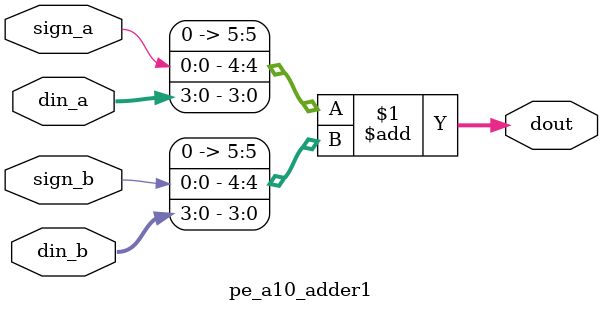
<source format=sv>


// Add two numbers in sign-magnitude format
// and generate the result in two's complement format:
// dout = {sign_a, din_a} + {sign_b, din_b}
module pe_a10_adder1 #(
	parameter SIZE = 4
)(
	input [SIZE-1:0] din_a,
	input sign_a,
	input [SIZE-1:0] din_b,
	input sign_b,
	output [SIZE+1:0] dout	
);

assign dout = {sign_a, din_a} + {sign_b, din_b} ;

endmodule


</source>
